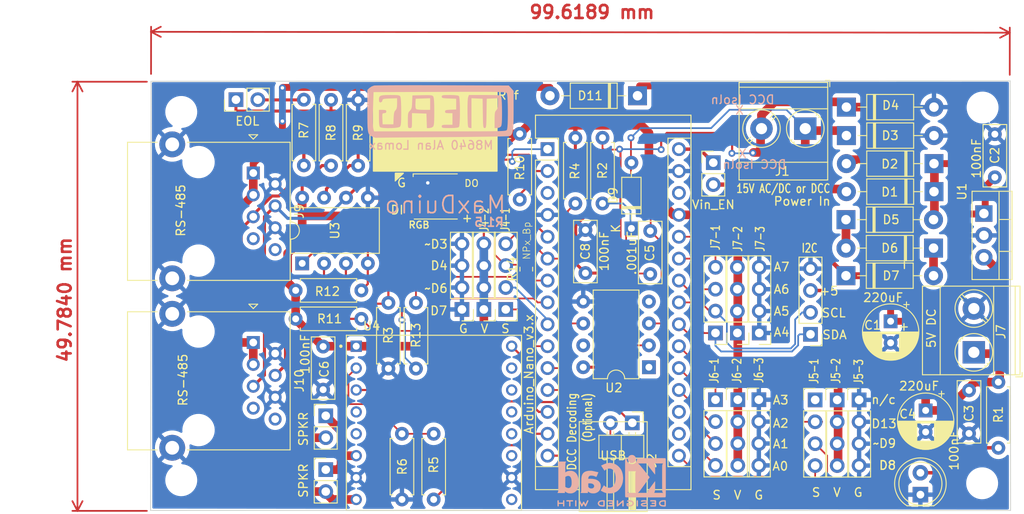
<source format=kicad_pcb>
(kicad_pcb (version 20221018) (generator pcbnew)
  (title_block (title "MaxDuino") (date "2023-11-05") (rev "1.5") (company "Arduino NANO PCB") (comment 1 "RS485 / MP3 / LED / Sensor / I2C / DCC"))
  (layers (0 "F.Cu" signal) (31 "B.Cu" signal) (34 "B.Paste" user) (35 "F.Paste" user) (36 "B.SilkS" user "B.Silkscreen") (37 "F.SilkS" user "F.Silkscreen") (38 "B.Mask" user) (39 "F.Mask" user) (44 "Edge.Cuts" user))
  (net 0 "")
  (net 1 "GND")
  (net 2 "D2 DE")
  (net 3 "D4")
  (net 4 "D6-PWM")
  (net 5 "D7")
  (net 6 "D8")
  (net 7 "D9-PWM")
  (net 8 "D10")
  (net 9 "D12")
  (net 10 "D13")
  (net 11 "A0")
  (net 12 "A1")
  (net 13 "A2")
  (net 14 "A3")
  (net 15 "A4 {slash} I2C SDA")
  (net 16 "A5 {slash} I2C SCL")
  (net 17 "A6")
  (net 18 "A7")
  (net 19 "+5V")
  (net 20 "Vin")
  (net 21 "D4-Hdr")
  (net 22 "D1{slash}Tx")
  (net 23 "D0{slash}Rx")
  (net 25 "DCC_Sig")
  (net 26 "D11")
  (net 30 "DCC_in1")
  (net 31 "DCC_in2")
  (net 32 "Net-(D9-K)")
  (net 33 "Net-(D1-K)")
  (net 34 "Net-(D5-K)")
  (net 35 "VIN2")
  (net 36 "Net-(D6-K)")
  (net 37 "Net-(D8-A)")
  (net 38 "Net-(D10-DIN)")
  (net 39 "D5 RE")
  (net 40 "Net-(J4-Pin_1)")
  (net 41 "Net-(J4-Pin_2)")
  (net 43 "Vext")
  (net 44 "RS485-A")
  (net 45 "RS485-B")
  (net 50 "Net-(JR1-Pin_2)")
  (net 51 "Net-(U4-RX)")
  (footprint "Resistor_THT:R_Axial_DIN0207_L6.3mm_D2.5mm_P7.62mm_Horizontal" (layer "F.Cu") (at 135.8392 107.4928 90)
    (fp_text reference "R3")
    (fp_text value "10K" hide)
  )
  (footprint "Capacitor_THT:C_Disc_D7.0mm_W2.5mm_P5.00mm" (layer "F.Cu") (at 206.1972 85.304 90)
    (fp_text reference "C2")
    (fp_text value "100nF")
  )
  (footprint "MountingHole:MountingHole_3.2mm_M3" (layer "F.Cu") (at 204.724 120.8024)
    (fp_text reference "M3.2" hide)
    (fp_text value "M3" hide)
  )
  (footprint "Resistor_THT:R_Axial_DIN0207_L6.3mm_D2.5mm_P7.62mm_Horizontal" (layer "F.Cu") (at 137.414 115.062 -90)
    (fp_text reference "R6")
    (fp_text value "1K" hide)
  )
  (footprint "Capacitor_THT:C_Disc_D7.0mm_W2.5mm_P5.00mm" (layer "F.Cu") (at 158.6992 96.4184 90)
    (fp_text reference "C8")
    (fp_text value "100nF")
  )
  (footprint "Resistor_THT:R_Axial_DIN0207_L6.3mm_D2.5mm_P7.62mm_Horizontal" (layer "F.Cu") (at 160.6804 80.7212 -90)
    (fp_text reference "R2")
    (fp_text value "2K2" hide)
  )
  (footprint "Diode_THT:D_DO-41_SOD81_P10.16mm_Horizontal" (layer "F.Cu") (at 188.976 80.4672)
    (fp_text reference "D3")
    (fp_text value "1N4001" hide)
  )
  (footprint "Resistor_THT:R_Axial_DIN0207_L6.3mm_D2.5mm_P7.62mm_Horizontal" (layer "F.Cu") (at 132.705 98.425 180)
    (fp_text reference "R12")
    (fp_text value "10K" hide)
  )
  (footprint "Diode_THT:D_DO-41_SOD81_P10.16mm_Horizontal" (layer "F.Cu") (at 199.136 86.9696 180)
    (fp_text reference "D1")
    (fp_text value "1N4001" hide)
  )
  (footprint "Diode_THT:D_DO-41_SOD81_P10.16mm_Horizontal" (layer "F.Cu") (at 199.136 83.7184 180)
    (fp_text reference "D2")
    (fp_text value "1N4001" hide)
  )
  (footprint "Capacitor_THT:C_Disc_D7.0mm_W2.5mm_P5.00mm" (layer "F.Cu") (at 203.2 110.022 -90)
    (fp_text reference "C3")
    (fp_text value "100nF")
  )
  (footprint "Resistor_THT:R_Axial_DIN0207_L6.3mm_D2.5mm_P7.62mm_Horizontal" (layer "F.Cu") (at 132.705 101.727 180)
    (fp_text reference "R11")
    (fp_text value "10K" hide)
  )
  (footprint "Package_DIP:DIP-8_W7.62mm" (layer "F.Cu") (at 166.0652 107.3404 180)
    (fp_text reference "U2")
    (fp_text value "6N137" hide)
  )
  (footprint "Connector_PinHeader_2.54mm:PinHeader_1x04_P2.54mm_Vertical" (layer "F.Cu") (at 176.378 111.1096)
    (fp_text reference "J6-2")
    (fp_text value "+5" hide)
  )
  (footprint "MountingHole:MountingHole_3.2mm_M3" (layer "F.Cu") (at 111.8108 120.4468)
    (fp_text reference "M3.3" hide)
    (fp_text value "M3" hide)
  )
  (footprint "TerminalBlock_Phoenix:TerminalBlock_Phoenix_MKDS-3-2-5.08_1x02_P5.08mm_Horizontal" (layer "F.Cu") (at 184.2058 79.6592 180)
    (fp_text reference "J1")
    (fp_text value "15V AC/DC or DCC")
  )
  (footprint "LED_SMD:LED_Inolux_IN-PI554FCH_PLCC4_5.0x5.0mm_P3.2mm" (layer "F.Cu") (at 141.3372 87.5284)
    (fp_text reference "D10")
    (fp_text value "Inolux_IN-PI554FCH")
  )
  (footprint "MountingHole:MountingHole_3.2mm_M3" (layer "F.Cu") (at 111.8108 77.724)
    (fp_text reference "M3.4" hide)
    (fp_text value "M3" hide)
  )
  (footprint "Connector_PinHeader_2.54mm:PinHeader_1x02_P2.54mm_Vertical" (layer "F.Cu") (at 173.5328 83.6118)
    (fp_text reference "J3" hide)
    (fp_text value "Vin_EN")
  )
  (footprint "Capacitor_THT:C_Disc_D7.0mm_W2.5mm_P5.00mm" (layer "F.Cu") (at 128.27 104.942 -90)
    (fp_text reference "C6")
    (fp_text value "100nF")
  )
  (footprint "Connector_PinHeader_2.54mm:PinHeader_1x04_P2.54mm_Vertical" (layer "F.Cu") (at 173.7868 111.1096)
    (fp_text reference "J6-1")
    (fp_text value "I/O" hide)
  )
  (footprint "MountingHole:MountingHole_3.2mm_M3" (layer "F.Cu") (at 204.7748 77.216)
    (fp_text reference "M3.1" hide)
    (fp_text value "M3" hide)
  )
  (footprint "Connector_PinHeader_2.54mm:PinHeader_1x04_P2.54mm_Vertical" (layer "F.Cu") (at 187.9092 111.1296)
    (fp_text reference "J5-2")
    (fp_text value "+5" hide)
  )
  (footprint "Connector_PinHeader_2.54mm:PinHeader_1x02_P2.54mm_Vertical" (layer "F.Cu") (at 118.1558 76.3016 90)
    (fp_text reference "JR1" hide)
    (fp_text value "EOL")
  )
  (footprint "Capacitor_THT:CP_Radial_D6.3mm_P2.50mm" (layer "F.Cu") (at 198.1708 112.354947 -90)
    (fp_text reference "C4")
    (fp_text value "220uF")
  )
  (footprint "TerminalBlock_Phoenix:TerminalBlock_Phoenix_MKDS-3-2-5.08_1x02_P5.08mm_Horizontal" (layer "F.Cu") (at 203.7588 105.6132 90)
    (fp_text reference "J7")
    (fp_text value "5V DC")
  )
  (footprint "Connector_PinHeader_2.54mm:PinHeader_1x02_P2.54mm_Vertical" (layer "F.Cu") (at 128.5748 112.9742)
    (fp_text reference "J5" hide)
    (fp_text value "SPKR")
  )
  (footprint "Diode_THT:D_DO-35_SOD27_P7.62mm_Horizontal" (layer "F.Cu") (at 164.0332 91.2368 90)
    (fp_text reference "D9")
    (fp_text value "1N914")
  )
  (footprint "Capacitor_THT:CP_Radial_D6.3mm_P2.50mm" (layer "F.Cu") (at 194.1068 102.008568 -90)
    (fp_text reference "C1")
    (fp_text value "220uF")
  )
  (footprint "Package_TO_SOT_THT:TO-220-3_Vertical" (layer "F.Cu") (at 204.9272 89.5096 -90)
    (fp_text reference "U1")
    (fp_text value "L7805")
  )
  (footprint "Package_DIP:DIP-8_W7.62mm" (layer "F.Cu") (at 125.8416 95.2908 90)
    (fp_text reference "U3")
    (fp_text value "MAX485E")
  )
  (footprint "Connector_PinHeader_2.54mm:PinHeader_1x04_P2.54mm_Vertical" (layer "F.Cu") (at 149.4552 100.6348 180)
    (fp_text reference "J4-1")
    (fp_text value "I/O" hide)
  )
  (footprint "Connector_PinHeader_2.54mm:PinHeader_1x04_P2.54mm_Vertical" (layer "F.Cu") (at 173.7868 103.368 180)
    (fp_text reference "J7-1")
    (fp_text value "I/O" hide)
  )
  (footprint "Connector_PinHeader_2.54mm:PinHeader_1x02_P2.54mm_Horizontal" (layer "F.Cu") (at 164.1348 113.792 -90)
    (fp_text reference "J2")
    (fp_text value "DCC Signal")
  )
  (footprint "Connector_PinHeader_2.54mm:PinHeader_1x04_P2.54mm_Vertical" (layer "F.Cu") (at 178.8668 103.368 180)
    (fp_text reference "J7-3")
    (fp_text value "GND" hide)
  )
  (footprint "Diode_THT:D_DO-41_SOD81_P10.16mm_Horizontal" (layer "F.Cu") (at 188.976 77.1652)
    (fp_text reference "D4")
    (fp_text value "1N4001" hide)
  )
  (footprint "Module:Arduino_Nano" (layer "F.Cu") (at 154.305 82.042)
    (fp_text reference "A1" hide)
    (fp_text value "Arduino_Nano_v3.x")
  )
  (footprint "Connector_PinHeader_2.54mm:PinHeader_1x02_P2.54mm_Vertical" (layer "F.Cu") (at 128.5748 119.2226)
    (fp_text reference "J4" hide)
    (fp_text value "SPKR")
  )
  (footprint "LED_THT:LED_D5.0mm" (layer "F.Cu") (at 197.5612 122.1232 90)
    (fp_text reference "D8")
    (fp_text value "PWR")
  )
  (footprint "Connector_PinHeader_2.54mm:PinHeader_1x04_P2.54mm_Vertical" (layer "F.Cu") (at 176.3276 103.368 180)
    (fp_text reference "J7-2")
    (fp_text value "+5" hide)
  )
  (footprint "Resistor_THT:R_Axial_DIN0207_L6.3mm_D2.5mm_P7.62mm_Horizontal" (layer "F.Cu") (at 126.0348 76.3016 -90)
    (fp_text reference "R7")
    (fp_text value "120R" hide)
  )
  (footprint "Diode_THT:D_DO-41_SOD81_P10.16mm_Horizontal" (layer "F.Cu") (at 188.9252 90.2208)
    (fp_text reference "D5")
    (fp_text value "1N4001" hide)
  )
  (footprint "Resistor_THT:R_Axial_DIN0207_L6.3mm_D2.5mm_P7.62mm_Horizontal" (layer "F.Cu") (at 129.1844 83.947 90)
    (fp_text reference "R8")
    (fp_text value "20K" hide)
  )
  (footprint "Resistor_THT:R_Axial_DIN0207_L6.3mm_D2.5mm_P7.62mm_Horizontal" (layer "F.Cu") (at 139.0396 99.8728 -90)
    (fp_text reference "R13")
    (fp_text value "330R" hide)
  )
  (footprint "Connector_PinHeader_2.54mm:PinHeader_1x04_P2.54mm_Vertical" (layer "F.Cu") (at 178.818 111.1096)
    (fp_text reference "J6-3")
    (fp_text value "GND" hide)
  )
  (footprint "Connector_PinHeader_2.54mm:PinHeader_1x04_P2.54mm_Vertical" (layer "F.Cu") (at 190.45 111.1296)
    (fp_text reference "J5-3")
    (fp_text value "GND" hide)
  )
  (footprint "Module_DFR0299.Library:MODULE_DFR0299" (layer "F.Cu") (at 141.1255 113.792)
    (fp_text reference locked "U4")
    (fp_text value "DFRobot MP3")
  )
  (footprint "Diode_THT:D_DO-41_SOD81_P10.16mm_Horizontal" (layer "F.Cu") (at 188.9252 96.7232)
    (fp_text reference "D7")
    (fp_text value "1N4001" hide)
  )
  (footprint "Resistor_THT:R_Axial_DIN0207_L6.3mm_D2.5mm_P7.62mm_Horizontal" (layer "F.Cu") (at 151.0792 87.884 90)
    (fp_text reference "R10")
    (fp_text value "10K" hide)
  )
  (footprint "Connector_PinHeader_2.54mm:PinHeader_1x04_P2.54mm_Vertical" (layer "F.Cu") (at 144.3736 100.6348 180)
    (fp_text reference "J4-3" hide)
    (fp_text value "GND" hide)
  )
  (footprint "Resistor_THT:R_Axial_DIN0207_L6.3mm_D2.5mm_P7.62mm_Horizontal" (layer "F.Cu") (at 157.5308 88.3412 90)
    (fp_text reference "R4")
    (fp_text value "470R" hide)
  )
  (footprint "Resistor_THT:R_Axial_DIN0207_L6.3mm_D2.5mm_P7.62mm_Horizontal" (layer "F.Cu") (at 132.334 83.947 90)
    (fp_text reference "R9")
    (fp_text value "20K" hide)
  )
  (footprint "Resistor_THT:R_Axial_DIN0207_L6.3mm_D2.5mm_P7.62mm_Horizontal" (layer "F.Cu") (at 141.097 122.682 90)
    (fp_text reference "R5")
    (fp_text value "680R" hide)
  )
  (footprint "Connector_PinHeader_2.54mm:PinHeader_1x04_P2.54mm_Vertical" (layer "F.Cu") (at 146.9144 100.6348 180)
    (fp_text reference "J4-2")
    (fp_text value "+5" hide)
  )
  (footprint "Resistor_THT:R_Axial_DIN0207_L6.3mm_D2.5mm_P7.62mm_Horizontal" (layer "F.Cu") (at 206.6036 109.0676 -90)
    (fp_text reference "R1")
    (fp_text value "6.8K" hide)
  )
  (footprint "Diode_THT:D_DO-41_SOD81_P10.16mm_Horizontal" (layer "F.Cu") (at 164.7444 75.8444 180)
    (fp_text reference "D11")
    (fp_text value "1N4001" hide)
  )
  (footprint "Diode_THT:D_DO-41_SOD81_P10.16mm_Horizontal" (layer "F.Cu") (at 199.0852 93.5228 180)
    (fp_text reference "D6")
    (fp_text value "1N4001" hide)
  )
  (footprint "Resistor_SMD:R_0805_2012Metric" (layer "F.Cu") (at 151.8412 95.9612 90)
    (fp_text reference "R14")
    (fp_text value "0R")
  )
  (footprint "Connector_RJ:RJ45_Ninigi_GE" (layer "F.Cu") (at 120.1662 104.4702 -90)
    (fp_text reference "J10")
    (fp_text value "RS-485")
  )
  (footprint "Connector_RJ:RJ45_Ninigi_GE" (layer "F.Cu") (at 120.1662 84.8106 -90)
    (fp_text reference "J9")
    (fp_text value "RS-485")
  )
  (footprint "Connector_PinHeader_2.54mm:PinHeader_1x04_P2.54mm_Vertical" (layer "F.Cu") (at 185.3528 111.1296)
    (fp_text reference "J5-1")
    (fp_text value "I/O" hide)
  )
  (footprint "Connector_PinHeader_2.54mm:PinHeader_1x04_P2.54mm_Vertical" (layer "F.Cu") (at 184.8104 103.5204 180)
    (fp_text reference "J8" hide)
    (fp_text value "I2C")
  )
  (footprint "Capacitor_THT:C_Disc_D7.0mm_W2.5mm_P5.00mm" (layer "F.Cu") (at 166.2176 96.5308 90)
    (fp_text reference "C5")
    (fp_text value ".001uF")
  )
  (footprint "MERG_LOGO:MERG_LOGO" (layer "B.Cu") (at 141.836476 77.581115 180)
    (fp_text reference "MERG" hide)
    (fp_text value "LOGO" hide)
  )
  (footprint "Symbol:KiCad-Logo2_5mm_SilkScreen" (layer "B.Cu") (at 161.7472 120.4976 180)
    (fp_text reference "REF**" hide)
    (fp_text value "KiCad-Logo2_5mm_SilkScreen" hide)
  )
  (gr_poly (pts (xy 136.652 85.6996) (xy 136.652 84.836) (xy 137.5664 84.836)) (stroke (width 0.15)) (fill solid) (layer "F.SilkS"))
  (gr_rect (start 134.112 75.0824) (end 148.4376 84.582) (stroke (width 0.15)) (fill solid) (layer "F.SilkS"))
  (gr_line (start 208.026 123.952) (end 207.9752 74.1172) (stroke (width 0.1)) (layer "Edge.Cuts"))
  (gr_line (start 108.2548 123.952) (end 108.3056 74.168) (stroke (width 0.1)) (layer "Edge.Cuts"))
  (gr_line (start 108.2548 123.952) (end 208.026 123.952) (stroke (width 0.1)) (layer "Edge.Cuts"))
  (gr_line (start 108.3056 74.168) (end 207.9752 74.1172) (stroke (width 0.1)) (layer "Edge.Cuts"))
  (gr_text "M8640 Alan Lomax " (at 140.4112 81.5848) (layer "B.SilkS") (effects (font (size 1 1)) (justify mirror)))
  (gr_text "DCC Isoln" (at 178.308 83.82) (layer "B.SilkS") (effects (font (size 1 1)) (justify mirror)))
  (gr_text "X" (at 176.911 82.5754) (layer "B.SilkS") (effects (font (size 1 1)) (justify mirror)))
  (gr_text "MaxDuino" (at 142.4432 88.4936) (layer "B.SilkS") (effects (font (size 2 2) (thickness 0.2)) (justify mirror)))
  (gr_text "R1.5" (at 147.5232 90.5256) (layer "B.SilkS") (effects (font (size 1 1) (thickness 0.2)) (justify mirror)))
  (gr_text "X" (at 176.5808 77.5208) (layer "B.SilkS") (effects (font (size 1 1)) (justify mirror)))
  (gr_text "DCC Isoln" (at 176.9364 76.3016) (layer "B.SilkS") (effects (font (size 1 1)) (justify mirror)))
  (gr_text "S  V  G" (at 176.3776 122.174) (layer "F.SilkS") (effects (font (size 1 1))))
  (gr_text "A5" (at 181.4576 100.838) (layer "F.SilkS") (effects (font (size 1 1))))
  (gr_text "A0" (at 181.3052 118.8212) (layer "F.SilkS") (effects (font (size 1 1))))
  (gr_text "n/c" (at 193.294 111.0996) (layer "F.SilkS") (effects (font (size 1 1))))
  (gr_text "G" (at 137.3632 85.9536) (layer "F.SilkS") (effects (font (size 1 1))))
  (gr_text "DI" (at 136.8552 89.1032) (layer "F.SilkS") (effects (font (size 1 1))))
  (gr_text "DO" (at 145.4912 86.0044) (layer "F.SilkS") (effects (font (size 0.8 0.8) (thickness 0.125))))
  (gr_text "~D3" (at 141.3764 93.0656) (layer "F.SilkS") (effects (font (size 1 1))))
  (gr_text "DCC Decoding" (at 157.1244 114.808 90) (layer "F.SilkS") (effects (font (size 1 0.85))))
  (gr_text "RGB" (at 139.3952 90.8304) (layer "F.SilkS") (effects (font (size 0.8 0.8))))
  (gr_text "Ref" (at 149.7584 75.7936) (layer "F.SilkS") (effects (font (size 1 1))))
  (gr_text "A4" (at 181.4576 103.2764) (layer "F.SilkS") (effects (font (size 1 1))))
  (gr_text "G  V  S" (at 146.9644 102.87) (layer "F.SilkS") (effects (font (size 1 1))))
  (gr_text "A7" (at 181.4576 95.7072) (layer "F.SilkS") (effects (font (size 1 1))))
  (gr_text "~D9" (at 193.3956 116.1796) (layer "F.SilkS") (effects (font (size 1 1))))
  (gr_text "NPx_Bp" (at 151.892 92.6592 90) (layer "F.SilkS") (effects (font (size 0.8 0.8) (thickness 0.08) bold)))
  (gr_text "A6" (at 181.4576 98.298) (layer "F.SilkS") (effects (font (size 1 1))))
  (gr_text "(Optional)" (at 158.9532 113.1824 90) (layer "F.SilkS") (effects (font (size 1 0.75))))
  (gr_text "+" (at 144.9832 90.0176) (layer "F.SilkS") (effects (font (size 1 1))))
  (gr_text "D7" (at 141.6812 100.7872) (layer "F.SilkS") (effects (font (size 1 1))))
  (gr_text "A2" (at 181.356 113.8428) (layer "F.SilkS") (effects (font (size 1 1))))
  (gr_text "+5" (at 186.944 98.5012) (layer "F.SilkS") (effects (font (size 1 1))))
  (gr_text "-" (at 195.6308 95.504 90) (layer "F.SilkS") (effects (font (size 1 1))))
  (gr_text "SCL" (at 187.5028 101.0412) (layer "F.SilkS") (effects (font (size 1 1))))
  (gr_text "D13" (at 193.3448 113.8936) (layer "F.SilkS") (effects (font (size 1 1))))
  (gr_text "SDA" (at 187.6044 103.5812) (layer "F.SilkS") (effects (font (size 1 1))))
  (gr_text "A3" (at 181.356 111.1504) (layer "F.SilkS") (effects (font (size 1 1))))
  (gr_text "S  V  G" (at 187.9092 121.8692) (layer "F.SilkS") (effects (font (size 1 1))))
  (gr_text "+" (at 195.58 102.6668 90) (layer "F.SilkS") (effects (font (size 1 1))))
  (gr_text "D4" (at 141.732 95.5548) (layer "F.SilkS") (effects (font (size 1 1))))
  (gr_text "A1" (at 181.356 116.2304) (layer "F.SilkS") (effects (font (size 1 1))))
  (gr_text "D8" (at 193.7512 118.7196) (layer "F.SilkS") (effects (font (size 1 1))))
  (gr_text "Power In" (at 183.8452 88.0872) (layer "F.SilkS") (effects (font (size 1 1))))
  (gr_text "~D6" (at 141.3764 98.1964) (layer "F.SilkS") (effects (font (size 1 1))))
  (dimension (type aligned) (layer "F.Cu") (pts (xy 108.321519 74.2188) (xy 108.321519 124.0028)) (height 8.550319) (gr_text "49.7840 mm" (at 98.298 99.5172 90) (layer "F.Cu") (effects (font (size 1.5 1.5) (thickness 0.3)))) (format (prefix "") (suffix "") (units 3) (units_format 1) (precision 4)) (style (thickness 0.2) (arrow_length 1.27) (text_position_mode 2) (extension_height 0.58642) (extension_offset 0.5) keep_text_aligned))
  (dimension (type aligned) (layer "F.Cu") (pts (xy 108.3056 73.8124) (xy 207.9244 73.914)) (height -5.384898) (gr_text "99.6189 mm" (at 159.4612 66.1416 359.9415648) (layer "F.Cu") (effects (font (size 1.5 1.5) (thickness 0.3)))) (format (prefix "") (suffix "") (units 3) (units_format 1) (precision 4)) (style (thickness 0.2) (arrow_length 1.27) (text_position_mode 2) (extension_height 0.58642) (extension_offset 0.5) keep_text_aligned))
  (segment (start 140.4112 85.9536) (end 140.386 85.9284) (width 0.5) (layer "F.Cu") (net 1))
  (segment (start 140.386 85.9284) (end 138.8872 85.9284) (width 0.5) (layer "F.Cu") (net 1))
  (via (at 140.4112 85.9536) (size 0.8) (drill 0.4) (layers "F.Cu" "B.Cu") (net 1))
  (segment (start 131.5212 99.9744) (end 135.7376 99.9744) (width 0.25) (layer "F.Cu") (net 2))
  (segment (start 130.9116 99.3648) (end 131.5212 99.9744) (width 0.25) (layer "F.Cu") (net 2))
  (segment (start 148.4884 84.5312) (end 148.4884 87.9856) (width 0.25) (layer "F.Cu") (net 2))
  (segment (start 136.7536 91.4908) (end 136.7536 84.743984) (width 0.25) (layer "F.Cu") (net 2))
  (segment (start 137.575984 83.9216) (end 147.8788 83.9216) (width 0.25) (layer "F.Cu") (net 2))
  (segment (start 150.7744 90.2716) (end 152.3746 90.2716) (width 0.25) (layer "F.Cu") (net 2))
  (segment (start 147.8788 83.9216) (end 148.4884 84.5312) (width 0.25) (layer "F.Cu") (net 2))
  (segment (start 152.3746 90.2716) (end 154.305 92.202) (width 0.25) (layer "F.Cu") (net 2))
  (segment (start 135.8392 92.4052) (end 136.7536 91.4908) (width 0.25) (layer "F.Cu") (net 2))
  (segment (start 148.4884 87.9856) (end 150.7744 90.2716) (width 0.25) (layer "F.Cu") (net 2))
  (segment (start 136.7536 84.743984) (end 137.575984 83.9216) (width 0.25) (layer "F.Cu") (net 2))
  (segment (start 135.8392 99.8728) (end 135.8392 92.4052) (width 0.25) (layer "F.Cu") (net 2))
  (segment (start 130.9116 95.8596) (end 130.9116 99.3648) (width 0.25) (layer "F.Cu") (net 2))
  (segment (start 139.0396 98.3996) (end 139.0396 99.9236) (width 0.2) (layer "F.Cu") (net 3))
  (segment (start 152.2495 97.282) (end 154.305 97.282) (width 0.2) (layer "F.Cu") (net 3))
  (segment (start 152.073021 96.853421) (end 140.585779 96.853421) (width 0.2) (layer "F.Cu") (net 3))
  (segment (start 140.585779 96.853421) (end 139.0396 98.3996) (width 0.2) (layer "F.Cu") (net 3))
  (segment (start 150.5712 98.0948) (end 154.305 101.8286) (width 0.2) (layer "B.Cu") (net 4))
  (segment (start 149.4552 98.0948) (end 150.5712 98.0948) (width 0.2) (layer "B.Cu") (net 4))
  (segment (start 150.0378 100.6348) (end 150.9268 100.6348) (width 0.2) (layer "F.Cu") (net 5))
  (segment (start 152.2476 104.1908) (end 152.9588 104.902) (width 0.2) (layer "F.Cu") (net 5))
  (segment (start 150.9268 100.6348) (end 152.2476 101.9556) (width 0.2) (layer "F.Cu") (net 5))
  (segment (start 152.9588 104.902) (end 154.305 104.902) (width 0.2) (layer "F.Cu") (net 5))
  (segment (start 152.2476 101.9556) (end 152.2476 104.1908) (width 0.2) (layer "F.Cu") (net 5))
  (segment (start 154.305 107.442) (end 156.972 107.442) (width 0.2) (layer "F.Cu") (net 6))
  (segment (start 156.972 120.4976) (end 185.0136 120.4976) (width 0.2) (layer "F.Cu") (net 6))
  (segment (start 156.972 107.442) (end 156.972 120.4976) (width 0.2) (layer "F.Cu") (net 6))
  (segment (start 185.3528 120.1584) (end 185.3528 118.7496) (width 0.2) (layer "F.Cu") (net 6))
  (segment (start 185.0136 120.4976) (end 185.3528 120.1584) (width 0.2) (layer "F.Cu") (net 6))
  (segment (start 156.5148 120.8532) (end 156.5148 110.5408) (width 0.2) (layer "F.Cu") (net 7))
  (segment (start 155.956 109.982) (end 154.305 109.982) (width 0.2) (layer "F.Cu") (net 7))
  (segment (start 185.3528 116.2096) (end 186.7408 117.5976) (width 0.2) (layer "F.Cu") (net 7))
  (segment (start 186.7408 117.5976) (end 186.7408 120.8532) (width 0.2) (layer "F.Cu") (net 7))
  (segment (start 156.5148 110.5408) (end 155.956 109.982) (width 0.2) (layer "F.Cu") (net 7))
  (segment (start 186.7408 120.8532) (end 156.5148 120.8532) (width 0.2) (layer "F.Cu") (net 7))
  (segment (start 153.289 112.522) (end 154.305 112.522) (width 0.25) (layer "F.Cu") (net 8))
  (segment (start 152.0698 111.3028) (end 153.289 112.522) (width 0.25) (layer "F.Cu") (net 8))
  (segment (start 139.407489 109.982) (end 140.728289 111.3028) (width 0.25) (layer "F.Cu") (net 8))
  (segment (start 140.728289 111.3028) (end 152.0698 111.3028) (width 0.25) (layer "F.Cu") (net 8))
  (segment (start 132.1085 109.982) (end 139.407489 109.982) (width 0.25) (layer "F.Cu") (net 8))
  (segment (start 155.575 111.379) (end 155.956 111.76) (width 0.25) (layer "F.Cu") (net 9))
  (segment (start 152.4 107.1595) (end 152.4 110.363) (width 0.25) (layer "F.Cu") (net 9))
  (segment (start 153.289 111.379) (end 155.575 111.379) (width 0.25) (layer "F.Cu") (net 9))
  (segment (start 155.575 117.602) (end 154.305 117.602) (width 0.25) (layer "F.Cu") (net 9))
  (segment (start 152.4 110.49) (end 153.289 111.379) (width 0.25) (layer "F.Cu") (net 9))
  (segment (start 150.1425 104.902) (end 152.4 107.1595) (width 0.25) (layer "F.Cu") (net 9))
  (segment (start 155.956 111.76) (end 155.956 117.221) (width 0.25) (layer "F.Cu") (net 9))
  (segment (start 155.956 117.221) (end 155.575 117.602) (width 0.25) (layer "F.Cu") (net 9))
  (segment (start 183.7944 113.6696) (end 186.1656 113.6696) (width 0.2) (layer "F.Cu") (net 10))
  (segment (start 171.9834 120.0404) (end 183.5404 120.0404) (width 0.2) (layer "F.Cu") (net 10))
  (segment (start 169.545 117.602) (end 171.9834 120.0404) (width 0.2) (layer "F.Cu") (net 10))
  (segment (start 183.7944 119.7864) (end 183.7944 113.6696) (width 0.2) (layer "F.Cu") (net 10))
  (segment (start 183.5404 120.0404) (end 183.7944 119.7864) (width 0.2) (layer "F.Cu") (net 10))
  (segment (start 169.545 109.982) (end 171.3992 111.8362) (width 0.2) (layer "F.Cu") (net 11))
  (segment (start 171.3992 116.342) (end 173.7868 118.7296) (width 0.2) (layer "F.Cu") (net 11))
  (segment (start 171.3992 111.8362) (end 171.3992 116.342) (width 0.2) (layer "F.Cu") (net 11))
  (segment (start 169.545 107.442) (end 171.96508 109.86208) (width 0.2) (layer "F.Cu") (net 12))
  (segment (start 171.96508 109.86208) (end 171.96508 114.36788) (width 0.2) (layer "F.Cu") (net 12))
  (segment (start 171.96508 114.36788) (end 173.7868 116.1896) (width 0.2) (layer "F.Cu") (net 12))
  (segment (start 172.3136 107.6706) (end 172.3136 112.776) (width 0.2) (layer "F.Cu") (net 13))
  (segment (start 169.545 104.902) (end 172.3136 107.6706) (width 0.2) (layer "F.Cu") (net 13))
  (segment (start 172.3136 112.776) (end 173.1872 113.6496) (width 0.2) (layer "F.Cu") (net 13))
  (segment (start 169.545 102.362) (end 173.7868 106.6038) (width 0.2) (layer "F.Cu") (net 14))
  (segment (start 173.7868 106.6038) (end 173.7868 111.1096) (width 0.2) (layer "F.Cu") (net 14))
  (segment (start 170.8912 99.822) (end 172.0088 100.9396) (width 0.2) (layer "F.Cu") (net 15))
  (segment (start 172.466 103.378) (end 173.7868 103.378) (width 0.2) (layer "F.Cu") (net 15))
  (segment (start 172.0088 102.9208) (end 172.466 103.378) (width 0.2) (layer "F.Cu") (net 15))
  (segment (start 172.0088 100.9396) (end 172.0088 102.9208) (width 0.2) (layer "F.Cu") (net 15))
  (segment (start 169.545 99.822) (end 170.8912 99.822) (width 0.2) (layer "F.Cu") (net 15))
  (segment (start 183.3814 104.79256) (end 183.3814 103.6894) (width 0.2) (layer "B.Cu") (net 15))
  (segment (start 182.66236 105.5116) (end 183.3814 104.79256) (width 0.2) (layer "B.Cu") (net 15))
  (segment (start 183.5504 103.5204) (end 185.3184 103.5204) (width 0.2) (layer "B.Cu") (net 15))
  (segment (start 183.3814 103.6894) (end 183.5504 103.5204) (width 0.2) (layer "B.Cu") (net 15))
  (segment (start 174.4472 105.5116) (end 182.66236 105.5116) (width 0.2) (layer "B.Cu") (net 15))
  (segment (start 173.7868 104.8512) (end 174.4472 105.5116) (width 0.2) (layer "B.Cu") (net 15))
  (segment (start 173.7868 103.378) (end 173.7868 104.8512) (width 0.2) (layer "B.Cu") (net 15))
  (segment (start 169.545 97.282) (end 173.101 100.838) (width 0.2) (layer "F.Cu") (net 16))
  (segment (start 183.0324 101.8032) (end 183.0324 104.648) (width 0.2) (layer "B.Cu") (net 16))
  (segment (start 175.1076 102.1588) (end 173.7868 100.838) (width 0.2) (layer "B.Cu") (net 16))
  (segment (start 185.3184 100.9804) (end 183.8552 100.9804) (width 0.2) (layer "B.Cu") (net 16))
  (segment (start 183.0324 104.648) (end 182.51732 105.16308) (width 0.2) (layer "B.Cu") (net 16))
  (segment (start 175.77508 105.16308) (end 175.1076 104.4956) (width 0.2) (layer "B.Cu") (net 16))
  (segment (start 182.51732 105.16308) (end 175.77508 105.16308) (width 0.2) (layer "B.Cu") (net 16))
  (segment (start 183.8552 100.9804) (end 183.0324 101.8032) (width 0.2) (layer "B.Cu") (net 16))
  (segment (start 175.1076 104.4956) (end 175.1076 102.1588) (width 0.2) (layer "B.Cu") (net 16))
  (segment (start 170.942 94.742) (end 171.5008 95.3008) (width 0.2) (layer "F.Cu") (net 17))
  (segment (start 171.5008 95.3008) (end 171.5008 97.282) (width 0.2) (layer "F.Cu") (net 17))
  (segment (start 169.545 94.742) (end 170.942 94.742) (width 0.2) (layer "F.Cu") (net 17))
  (segment (start 171.5008 97.282) (end 172.5168 98.298) (width 0.2) (layer "F.Cu") (net 17))
  (segment (start 172.5168 98.298) (end 173.7868 98.298) (width 0.2) (layer "F.Cu") (net 17))
  (segment (start 173.7868 95.758) (end 173.7868 93.7768) (width 0.2) (layer "F.Cu") (net 18))
  (segment (start 173.7868 93.7768) (end 172.212 92.202) (width 0.2) (layer "F.Cu") (net 18))
  (segment (start 172.212 92.202) (end 169.545 92.202) (width 0.2) (layer "F.Cu") (net 18))
  (segment (start 124.1552 97.4952) (end 124.1552 94.1324) (width 1) (layer "F.Cu") (net 19))
  (segment (start 169.545 89.662) (end 173.5328 89.662) (width 1) (layer "F.Cu") (net 19))
  (segment (start 176.3776 92.5068) (end 176.3776 118.5672) (width 1) (layer "F.Cu") (net 19))
  (segment (start 173.5328 89.662) (end 176.3776 92.5068) (width 1) (layer "F.Cu") (net 19))
  (segment (start 124.1552 94.1324) (end 125.8416 92.446) (width 1) (layer "F.Cu") (net 19))
  (segment (start 161.2392 105.918) (end 159.8168 107.3404) (width 0.35) (layer "F.Cu") (net 19))
  (segment (start 146.5324 89.1284) (end 143.7872 89.1284) (width 0.25) (layer "F.Cu") (net 19))
  (segment (start 145.3388 104.902) (end 146.9144 103.3264) (width 1) (layer "F.Cu") (net 19))
  (segment (start 137.16 81.8388) (end 148.9202 81.8388) (width 1) (layer "F.Cu") (net 19))
  (segment (start 125.085 101.727) (end 125.085 98.425) (width 1) (layer "F.Cu") (net 19))
  (segment (start 129.159 83.947) (end 128.143 83.947) (width 0.35) (layer "F.Cu") (net 19))
  (segment (start 206.756 108.9152) (end 206.756 96.31769) (width 1) (layer "F.Cu") (net 19))
  (segment (start 158.6992 96.4184) (end 157.575689 95.294889) (width 0.35) (layer "F.Cu") (net 19))
  (segment (start 169.3672 89.662) (end 168.91 89.662) (width 1) (layer "F.Cu") (net 19))
  (segment (start 146.9144 93.0148) (end 146.9144 89.5104) (width 0.25) (layer "F.Cu") (net 19))
  (segment (start 128.31 104.902) (end 132.1085 104.902) (width 1) (layer "F.Cu") (net 19))
  (segment (start 186.8324 98.4404) (end 186.8016 98.4404) (width 0.4) (layer "F.Cu") (net 19))
  (segment (start 146.9144 89.5104) (end 146.5324 89.1284) (width 0.25) (layer "F.Cu") (net 19))
  (segment (start 159.1056 84.1248) (end 158.4452 83.4644) (width 0.35) (layer "F.Cu") (net 19))
  (segment (start 203.8604 109.0676) (end 200.573053 112.354947) (width 1) (layer "F.Cu") (net 19))
  (segment (start 161.2392 96.52) (end 161.2392 105.918) (width 0.35) (layer "F.Cu") (net 19))
  (segment (start 157.5308 83.4644) (end 157.5308 80.7212) (width 0.35) (layer "F.Cu") (net 19))
  (segment (start 135.1742 89.789) (end 135.1742 83.8246) (width 1) (layer "F.Cu") (net 19))
  (segment (start 206.6036 109.0676) (end 203.8604 109.0676) (width 1) (layer "F.Cu") (net 19))
  (segment (start 150.495 80.264) (end 151.0792 80.264) (width 1) (layer "F.Cu") (net 19))
  (segment (start 197.7644 108.3564) (end 176.4284 108.3564) (width 1) (layer "F.Cu") (net 19))
  (segment (start 148.9202 81.8388) (end 150.495 80.264) (width 1) (layer "F.Cu") (net 19))
  (segment (start 187.2488 107.7468) (end 187.2488 98.8568) (width 0.4) (layer "F.Cu") (net 19))
  (segment (start 157.575689 90.887111) (end 159.1056 89.3572) (width 0.35) (layer "F.Cu") (net 19))
  (segment (start 157.5308 80.7212) (end 157.5308 79.4004) (width 0.5) (layer "F.Cu") (net 19))
  (segment (start 159.8168 107.3404) (end 158.4452 107.3404) (width 0.35) (layer "F.Cu") (net 19))
  (segment (start 200.573053 112.354947) (end 198.1708 112.354947) (width 1) (layer "F.Cu") (net 19))
  (segment (start 152.071 79.2722) (end 165.0758 79.2722) (width 1) (layer "F.Cu") (net 19))
  (segment (start 161.1376 96.4184) (end 161.2392 96.52) (width 0.35) (layer "F.Cu") (net 19))
  (segment (start 168.91 89.662) (end 166.0652 86.8172) (width 1) (layer "F.Cu") (net 19))
  (segment (start 198.1708 112.354947) (end 198.1708 108.7628) (width 1) (layer "F.Cu") (net 19))
  (segment (start 151.0792 80.264) (end 152.071 79.2722) (width 1) (layer "F.Cu") (net 19))
  (segment (start 166.0652 86.8172) (end 166.0652 80.1624) (width 1) (layer "F.Cu") (net 19))
  (segment (start 125.085 101.7678) (end 128.2592 104.942) (width 1) (layer "F.Cu") (net 19))
  (segment (start 165.0758 79.2722) (end 165.1 79.248) (width 1) (layer "F.Cu") (net 19))
  (segment (start 206.756 96.31769) (end 205.0796 94.64129) (width 1) (layer "F.Cu") (net 19))
  (segment (start 158.4452 83.4644) (end 157.5308 83.4644) (width 0.35) (layer "F.Cu") (net 19))
  (segment (start 187.2488 98.8568) (end 186.8324 98.4404) (width 0.4) (layer "F.Cu") (net 19))
  (segment (start 135.1742 83.8246) (end 137.16 81.8388) (width 1) (layer "F.Cu") (net 19))
  (segment (start 186.8016 98.4404) (end 185.3184 98.4404) (width 0.4) (layer "F.Cu") (net 19))
  (segment (start 206.6036 105.7656) (end 204.4192 105.7656) (width 1) (layer "F.Cu") (net 19))
  (segment (start 128.143 83.947) (end 125.8416 86.2484) (width 0.35) (layer "F.Cu") (net 19))
  (segment (start 125.8416 92.446) (end 125.8416 87.6708) (width 1) (layer "F.Cu") (net 19))
  (segment (start 198.1708 108.7628) (end 197.7644 108.3564) (width 1) (layer "F.Cu") (net 19))
  (segment (start 125.8416 86.2484) (end 125.8416 87.2644) (width 0.35) (layer "F.Cu") (net 19))
  (segment (start 158.6992 96.4184) (end 161.1376 96.4184) (width 0.35) (layer "F.Cu") (net 19))
  (segment (start 166.0652 80.1624) (end 165.1508 79.248) (width 1) (layer "F.Cu") (net 19))
  (segment (start 125.8316 87.6808) (end 125.8316 89.789) (width 1) (layer "F.Cu") (net 19))
  (segment (start 157.575689 95.294889) (end 157.575689 90.887111) (width 0.35) (layer "F.Cu") (net 19))
  (segment (start 188.0108 118.7296) (end 188.0108 108.4072) (width 1) (layer "F.Cu") (net 19))
  (segment (start 132.1085 104.902) (end 145.3388 104.902) (width 1) (layer "F.Cu") (net 19))
  (segment (start 146.9144 103.3264) (end 146.9144 100.6348) (width 1) (layer "F.Cu") (net 19))
  (segment (start 125.085 98.425) (end 124.1552 97.4952) (width 1) (layer "F.Cu") (net 19))
  (segment (start 125.8316 89.789) (end 135.1742 89.789) (width 1) (layer "F.Cu") (net 19))
  (segment (start 159.1056 89.3572) (end 159.1056 84.1248) (width 0.35) (layer "F.Cu") (net 19))
  (segment (start 187.4828 99.1216) (end 186.8016 98.4404) (width 0.2) (layer "F.Cu") (net 19))
  (segment (start 146.9144 93.0148) (end 146.9144 100.6348) (width 1) (layer "B.Cu") (net 19))
  (segment (start 194.1068 97.1804) (end 193.6496 96.7232) (width 0.8) (layer "F.Cu") (net 20))
  (segment (start 193.6496 96.7232) (end 188.9252 96.7232) (width 0.8) (layer "F.Cu") (net 20))
  (segment (start 203.14831 89.56129) (end 201.676 91.0336) (width 0.8) (layer "F.Cu") (net 20))
  (segment (start 197.660632 102.008568) (end 194.1068 102.008568) (width 0.8) (layer "F.Cu") (net 20))
  (segment (start 205.0796 89.56129) (end 203.14831 89.56129) (width 0.8) (layer "F.Cu") (net 20))
  (segment (start 206.1972 85.304) (end 205.0796 86.4216) (width 0.8) (layer "F.Cu") (net 20))
  (segment (start 205.0796 86.4216) (end 205.0796 89.56129) (width 0.8) (layer "F.Cu") (net 20))
  (segment (start 194.1068 97.1804) (end 194.1068 102.008568) (width 0.8) (layer "F.Cu") (net 20))
  (segment (start 184.5564 92.3544) (end 188.9252 96.7232) (width 0.5) (layer "F.Cu") (net 20))
  (segment (start 173.5328 86.1518) (end 175.1026 86.1518) (width 0.5) (layer "F.Cu") (net 20))
  (segment (start 201.676 91.0336) (end 201.676 97.9932) (width 0.8) (layer "F.Cu") (net 20))
  (segment (start 175.1026 86.1518) (end 181.3052 92.3544) (width 0.5) (layer "F.Cu") (net 20))
  (segment (start 201.676 97.9932) (end 197.660632 102.008568) (width 0.8) (layer "F.Cu") (net 20))
  (segment (start 181.3052 92.3544) (end 184.5564 92.3544) (width 0.5) (layer "F.Cu") (net 20))
  (segment (start 148.1836 94.2832) (end 149.4552 95.5548) (width 0.2) (layer "F.Cu") (net 21))
  (segment (start 148.1836 89.2556) (end 148.1836 94.2832) (width 0.2) (layer "F.Cu") (net 21))
  (segment (start 144.8564 85.9284) (end 148.1836 89.2556) (width 0.2) (layer "F.Cu") (net 21))
  (segment (start 149.5568 95.4532) (end 151.4367 95.4532) (width 0.2) (layer "F.Cu") (net 21))
  (segment (start 143.7872 85.9284) (end 144.8564 85.9284) (width 0.2) (layer "F.Cu") (net 21))
  (segment (start 132.705 98.425) (end 133.4516 97.6784) (width 0.25) (layer "F.Cu") (net 22))
  (segment (start 150.2156 83.4644) (end 150.0124 83.2612) (width 0.25) (layer "F.Cu") (net 22))
  (segment (start 133.4616 93.8684) (end 133.4616 94.6304) (width 0.25) (layer "F.Cu") (net 22))
  (segment (start 136.3472 84.586792) (end 136.3472 90.9828) (width 0.25) (layer "F.Cu") (net 22))
  (segment (start 150.0124 83.2612) (end 137.672792 83.2612) (width 0.25) (layer "F.Cu") (net 22))
  (segment (start 136.3472 90.9828) (end 133.4616 93.8684) (width 0.25) (layer "F.Cu") (net 22))
  (segment (start 137.672792 83.2612) (end 136.3472 84.586792) (width 0.25) (layer "F.Cu") (net 22))
  (segment (start 133.4516 97.6784) (end 133.4516 95.3008) (width 0.25) (layer "F.Cu") (net 22))
  (via (at 150.2156 83.4644) (size 0.8) (drill 0.4) (layers "F.Cu" "B.Cu") (net 22))
  (segment (start 150.2156 83.4644) (end 150.2156 82.296) (width 0.2) (layer "B.Cu") (net 22))
  (segment (start 150.4696 82.042) (end 154.305 82.042) (width 0.2) (layer "B.Cu") (net 22))
  (segment (start 150.2156 82.296) (end 150.4696 82.042) (width 0.2) (layer "B.Cu") (net 22))
  (segment (start 127.8128 93.3196) (end 133.2484 93.3196) (width 0.25) (layer "F.Cu") (net 23))
  (segment (start 137.668 82.7024) (end 152.146 82.7024) (width 0.25) (layer "F.Cu") (net 23))
  (segment (start 154.305 84.582) (end 152.5524 84.582) (width 0.25) (layer "F.Cu") (net 23))
  (segment (start 125.8416 95.2908) (end 127.8128 93.3196) (width 0.25) (layer "F.Cu") (net 23))
  (segment (start 152.146 82.7024) (end 152.5016 83.058) (width 0.25) (layer "F.Cu") (net 23))
  (segment (start 135.9482 90.6198) (end 135.9482 84.4222) (width 0.25) (layer "F.Cu") (net 23))
  (segment (start 133.2484 93.3196) (end 135.9482 90.6198) (width 0.25) (layer "F.Cu") (net 23))
  (segment (start 152.5016 85.8774) (end 150.495 87.884) (width 0.25) (layer "F.Cu") (net 23))
  (segment (start 135.9482 84.4222) (end 137.668 82.7024) (width 0.25) (layer "F.Cu") (net 23))
  (segment (start 152.5016 83.058) (end 152.5016 85.8774) (width 0.25) (layer "F.Cu") (net 23))
  (segment (start 156.6164 94.742) (end 156.6672 94.6912) (width 0.2) (layer "F.Cu") (net 25))
  (segment (start 153.416 93.5228) (end 153.4414 93.4974) (width 0.2) (layer "F.Cu") (net 25))
  (segment (start 156.21 99.822) (end 156.6672 99.3648) (width 0.2) (layer "F.Cu") (net 25))
  (segment (start 150.4712 91.9988) (end 151.9428 91.9988) (width 0.2) (layer "F.Cu") (net 25))
  (segment (start 154.305 94.742) (end 153.4414 93.8784) (width 0.2) (layer "F.Cu") (net 25))
  (segment (start 158.4452 102.2604) (end 156.464 102.2604) (width 0.2) (layer "F.Cu") (net 25))
  (segment (start 153.416 93.8784) (end 153.416 93.5228) (width 0.2) (layer "F.Cu") (net 25))
  (segment (start 153.4414 93.8784) (end 153.416 93.8784) (width 0.2) (layer "F.Cu") (net 25))
  (segment (start 156.464 102.2604) (end 156.21 102.0064) (width 0.2) (layer "F.Cu") (net 25))
  (segment (start 156.6672 89.2048) (end 157.5308 88.3412) (width 0.2) (layer "F.Cu") (net 25))
  (segment (start 156.21 102.0064) (end 156.21 99.822) (width 0.2) (layer "F.Cu") (net 25))
  (segment (start 156.6672 94.6912) (end 156.6672 89.2048) (width 0.2) (layer "F.Cu") (net 25))
  (segment (start 156.6672 99.3648) (end 156.6672 94.6912) (width 0.2) (layer "F.Cu") (net 25))
  (segment (start 154.305 94.742) (end 156.6164 94.742) (width 0.2) (layer "F.Cu") (net 25))
  (segment (start 149.4552 93.0148) (end 150.4712 91.9988) (width 0.2) (layer "F.Cu") (net 25))
  (segment (start 151.9428 91.9988) (end 153.4414 93.4974) (width 0.2) (layer "F.Cu") (net 25))
  (segment (start 151.5872 116.3828) (end 152.908 115.062) (width 0.25) (layer "F.Cu") (net 26))
  (segment (start 147.3962 116.3828) (end 151.5872 116.3828) (width 0.25) (layer "F.Cu") (net 26))
  (segment (start 141.097 122.682) (end 147.3962 116.3828) (width 0.25) (layer "F.Cu") (net 26))
  (segment (start 152.908 115.062) (end 154.305 115.062) (width 0.25) (layer "F.Cu") (net 26))
  (segment (start 184.2008 79.8906) (end 184.2008 85.3948) (width 1) (layer "F.Cu") (net 30))
  (segment (start 167.5384 92.8516) (end 167.5384 102.2604) (width 0.2) (layer "F.Cu") (net 30))
  (segment (start 185.4708 86.6648) (end 189.0776 86.6648) (width 1) (layer "F.Cu") (net 30))
  (segment (start 163.9824 80.7212) (end 163.9824 86.5124) (width 0.2) (layer "F.Cu") (net 30))
  (segment (start 166.2684 91.5816) (end 167.5384 92.8516) (width 0.2) (layer "F.Cu") (net 30))
  (segment (start 161.5948 113.8936) (end 161.5948 115.2144) (width 0.2) (layer "F.Cu") (net 30))
  (segment (start 166.2684 88.7984) (end 166.2684 91.5816) (width 0.2) (layer "F.Cu") (net 30))
  (segment (start 163.9824 86.5124) (end 166.2684 88.7984) (width 0.2) (layer "F.Cu") (net 30))
  (segment (start 161.8488 115.4684) (end 167.2336 115.4684) (width 0.2) (layer "F.Cu") (net 30))
  (segment (start 184.2008 85.3948) (end 185.4708 86.6648) (width 1) (layer "F.Cu") (net 30))
  (segment (start 167.2336 115.4684) (end 167.4876 115.2144) (width 0.2) (layer "F.Cu") (net 30))
  (segment (start 167.5384 102.2604) (end 166.0652 102.2604) (width 0.2) (layer "F.Cu") (net 30))
  (segment (start 161.5948 115.2144) (end 161.8488 115.4684) (width 0.2) (layer "F.Cu") (net 30))
  (segment (start 188.3994 79.8906) (end 184.2008 79.8906) (width 1) (layer "F.Cu") (net 30))
  (segment (start 167.4876 115.2144) (end 167.4876 102.2604) (width 0.2) (layer "F.Cu") (net 30))
  (via (at 163.9824 80.7212) (size 0.8) (drill 0.4) (layers "F.Cu" "B.Cu") (net 30))
  (segment (start 173.2788 79.6036) (end 175.4124 77.47) (width 0.2) (layer "B.Cu") (net 30))
  (segment (start 165.1 79.6036) (end 173.2788 79.6036) (width 0.2) (layer "B.Cu") (net 30))
  (segment (start 182.0166 77.47) (end 184.2058 79.6592) (width 0.2) (layer "B.Cu") (net 30))
  (segment (start 163.9824 80.7212) (end 165.1 79.6036) (width 0.2) (layer "B.Cu") (net 30))
  (segment (start 175.4124 77.47) (end 182.0166 77.47) (width 0.2) (layer "B.Cu") (net 30))
  (segment (start 191.7192 82.3976) (end 190.8556 83.2612) (width 1) (layer "F.Cu") (net 31))
  (segment (start 160.6804 80.7212) (end 160.6804 81.9404) (width 0.2) (layer "F.Cu") (net 31))
  (segment (start 179.0192 79.7658) (end 179.0192 82.3976) (width 1) (layer "F.Cu") (net 31))
  (segment (start 180.6448 76.5556) (end 188.3664 76.5556) (width 1) (layer "F.Cu") (net 31))
  (segment (start 162.7632 112.522) (end 163.4236 113.1824) (width 0.25) (layer "F.Cu") (net 31))
  (segment (start 179.1258 78.0746) (end 180.6448 76.5556) (width 1) (layer "F.Cu") (net 31))
  (segment (start 160.8328 82.0928) (end 162.7124 82.0928) (width 0.2) (layer "F.Cu") (net 31))
  (segment (start 175.6664 80.1624) (end 168.148 80.1624) (width 0.25) (layer "F.Cu") (net 31))
  (segment (start 175.6918 82.5246) (end 175.7172 82.4992) (width 0.25) (layer "F.Cu") (net 31))
  (segment (start 191.7192 77.8256) (end 191.7192 82.3976) (width 1) (layer "F.Cu") (net 31))
  (segment (start 160.6804 81.9404) (end 160.8328 82.0928) (width 0.2) (layer "F.Cu") (net 31))
  (segment (start 178.9938 82.423) (end 178.186 82.423) (width 1) (layer "F.Cu") (net 31))
  (segment (start 188.3664 76.5556) (end 188.976 77.1652) (width 1) (layer "F.Cu") (net 31))
  (segment (start 162.6616 82.042) (end 162.7632 82.1436) (width 0.25) (layer "F.Cu") (net 31))
  (segment (start 191.0588 77.1652) (end 191.7192 77.8256) (width 1) (layer "F.Cu") (net 31))
  (segment (start 175.7172 80.2132) (end 175.6664 80.1624) (width 0.25) (layer "F.Cu") (net 31))
  (segment (start 168.148 80.1624) (end 167.4876 80.8228) (width 0.25) (layer "F.Cu") (net 31))
  (segment (start 188.976 77.1652) (end 191.0588 77.1652) (width 1) (layer "F.Cu") (net 31))
  (segment (start 162.7124 82.0928) (end 162.7632 82.1436) (width 0.2) (layer "F.Cu") (net 31))
  (segment (start 162.7632 82.1436) (end 162.7632 112.522) (width 0.25) (layer "F.Cu") (net 31))
  (segment (start 167.4876 80.8228) (end 167.4876 82.0928) (width 0.25) (layer "F.Cu") (net 31))
  (segment (start 175.7172 82.4992) (end 175.7172 80.2132) (width 0.25) (layer "F.Cu") (net 31))
  (segment (start 179.1258 79.6592) (end 179.1258 78.0746) (width 1) (layer "F.Cu") (net 31))
  (segment (start 190.8556 83.2612) (end 189.0268 83.2612) (width 1) (layer "F.Cu") (net 31))
  (via (at 175.6918 82.5246) (size 0.8) (drill 0.4) (layers "F.Cu" "B.Cu") (net 31))
  (via (at 178.1302 82.4738) (size 0.8) (drill 0.4) (layers "F.Cu" "B.Cu") (net 31))
  (via (at 162.6616 82.042) (size 0.8) (drill 0.4) (layers "F.Cu" "B.Cu") (net 31))
  (via (at 167.4876 82.0928) (size 0.8) (drill 0.4) (layers "F.Cu" "B.Cu") (net 31))
  (segment (start 178.0794 82.5246) (end 178.1302 82.4738) (width 0.25) (layer "B.Cu") (net 31))
  (segment (start 167.4368 82.042) (end 162.7632 82.042) (width 0.2) (layer "B.Cu") (net 31))
  (segment (start 175.6918 82.5246) (end 178.0794 82.5246) (width 0.2) (layer "B.Cu") (net 31))
  (segment (start 163.4236 104.7496) (end 163.3728 104.8004) (width 0.2) (layer "F.Cu") (net 32))
  (segment (start 163.5252 96.4692) (end 163.4236 96.3676) (width 0.2) (layer "F.Cu") (net 32))
  (segment (start 163.3728 104.8004) (end 166.0652 104.8004) (width 0.2) (layer "F.Cu") (net 32))
  (segment (start 163.4236 90.932) (end 163.4236 96.3676) (width 0.2) (layer "F.Cu") (net 32))
  (segment (start 163.4236 96.3676) (end 163.4236 104.7496) (width 0.2) (layer "F.Cu") (net 32))
  (segment (start 166.2684 96.4692) (end 163.5252 96.4692) (width 0.2) (layer "F.Cu") (net 32))
  (segment (start 160.6804 88.3412) (end 163.068 88.3412) (width 0.2) (layer "B.Cu") (net 32))
  (segment (start 163.9316 89.2048) (end 163.9316 91.186) (width 0.2) (layer "B.Cu") (net 32))
  (segment (start 163.068 88.3412) (end 163.9316 89.2048) (width 0.2) (layer "B.Cu") (net 32))
  (segment (start 201.0156 83.7184) (end 201.8792 82.8548) (width 0.8) (layer "F.Cu") (net 33))
  (segment (start 164.9984 74.6994) (end 200.9374 74.6994) (width 0.8) (layer "F.Cu") (net 33))
  (segment (start 199.1868 83.2612) (end 199.1868 90.1192) (width 1) (layer "F.Cu") (net 33))
  (segment (start 201.8792 75.6412) (end 200.9374 74.6994) (width 0.8) (layer "F.Cu") (net 33))
  (segment (start 199.136 83.7184) (end 201.0156 83.7184) (width 0.8) (layer "F.Cu") (net 33))
  (segment (start 201.8792 82.8548) (end 201.8792 75.6412) (width 0.8) (layer "F.Cu") (net 33))
  (segment (start 164.9984 76.3524) (end 164.9984 74.6994) (width 0.8) (layer "F.Cu") (net 33))
  (segment (start 188.9252 90.2208) (end 188.9252 93.472) (width 1) (layer "F.Cu") (net 34))
  (segment (start 171.963 82.042) (end 169.545 82.042) (width 0.4) (layer "F.Cu") (net 35))
  (segment (start 173.5328 83.6118) (end 171.963 82.042) (width 0.4) (layer "F.Cu") (net 35))
  (segment (start 199.0852 93.472) (end 199.0852 96.7232) (width 1) (layer "F.Cu") (net 36))
  (segment (start 200.2028 119.5832) (end 203.0984 116.6876) (width 0.4) (layer "F.Cu") (net 37))
  (segment (start 203.0984 116.6876) (end 206.6036 116.6876) (width 0.4) (layer "F.Cu") (net 37))
  (segment (start 197.5612 119.5832) (end 200.2028 119.5832) (width 0.4) (layer "F.Cu") (net 37))
  (segment (start 137.8088 89.1284) (end 138.8872 89.1284) (width 0.2) (layer "F.Cu") (net 38))
  (segment (start 137.414 89.5232) (end 137.8088 89.1284) (width 0.2) (layer "F.Cu") (net 38))
  (segment (start 137.414 101.854) (end 137.414 89.5232) (width 0.2) (layer "F.Cu") (net 38))
  (via (at 137.414 101.854) (size 0.8) (drill 0.4) (layers "F.Cu" "B.Cu") (net 38))
  (segment (start 137.414 101.854) (end 137.7696 102.2096) (width 0.2) (layer "B.Cu") (net 38))
  (segment (start 137.7696 106.2228) (end 138.9888 107.442) (width 0.2) (layer "B.Cu") (net 38))
  (segment (start 137.7696 102.2096) (end 137.7696 106.2228) (width 0.2) (layer "B.Cu") (net 38))
  (segment (start 154.305 99.822) (end 153.162 99.822) (width 0.2) (layer "F.Cu") (net 39))
  (segment (start 128.3716 95.8596) (end 128.3716 100.5332) (width 0.25) (layer "F.Cu") (net 39))
  (segment (start 142.1892 99.3648) (end 138.43 103.124) (width 0.2) (layer "F.Cu") (net 39))
  (segment (start 129.5908 101.7524) (end 129.6162 101.727) (width 0.2) (layer "F.Cu") (net 39))
  (segment (start 128.3716 100.5332) (end 129.5908 101.7524) (width 0.25) (layer "F.Cu") (net 39))
  (segment (start 153.162 99.822) (end 152.7048 99.3648) (width 0.2) (layer "F.Cu") (net 39))
  (segment (start 138.43 103.124) (end 134.102 103.124) (width 0.2) (layer "F.Cu") (net 39))
  (segment (start 134.102 103.124) (end 132.705 101.727) (width 0.2) (layer "F.Cu") (net 39))
  (segment (start 129.6162 101.727) (end 132.705 101.727) (width 0.25) (layer "F.Cu") (net 39))
  (segment (start 152.7048 99.3648) (end 142.1892 99.3648) (width 0.2) (layer "F.Cu") (net 39))
  (segment (start 130.3528 114.7522) (end 128.5748 112.9742) (width 1) (layer "F.Cu") (net 40))
  (segment (start 130.3528 118.8212) (end 130.3528 114.7522) (width 1) (layer "F.Cu") (net 40))
  (segment (start 128.5748 119.2226) (end 129.9514 119.2226) (width 1) (layer "F.Cu") (net 40))
  (segment (start 132.1085 117.602) (end 130.4036 117.602) (width 1) (layer "F.Cu") (net 40))
  (segment (start 129.9514 119.2226) (end 130.3528 118.8212) (width 1) (layer "F.Cu") (net 40))
  (segment (start 127.1066 121.7626) (end 126.0856 120.7416) (width 1) (layer "F.Cu") (net 41))
  (segment (start 129.3318 122.682) (end 128.5748 121.925) (width 1) (layer "F.Cu") (net 41))
  (segment (start 126.0856 116.5352) (end 127.1016 115.5192) (width 1) (layer "F.Cu") (net 41))
  (segment (start 128.5748 121.7626) (end 127.1066 121.7626) (width 1) (layer "F.Cu") (net 41))
  (segment (start 127.1016 115.5192) (end 128.5698 115.5192) (width 1) (layer "F.Cu") (net 41))
  (segment (start 132.1085 122.682) (end 129.3318 122.682) (width 1) (layer "F.Cu") (net 41))
  (segment (start 126.0856 120.7416) (end 126.0856 116.5352) (width 1) (layer "F.Cu") (net 41))
  (segment (start 120.1662 87.3506) (end 117.6528 89.864) (width 1) (layer "F.Cu") (net 43))
  (segment (start 123.5964 74.8792) (end 154.5844 74.8792) (width 0.8) (layer "F.Cu") (net 43))
  (segment (start 120.1662 104.4702) (end 120.1662 107.0102) (width 1) (layer "F.Cu") (net 43))
  (segment (start 123.5456 80.3148) (end 120.1662 83.6942) (width 0.8) (layer "F.Cu") (net 43))
  (segment (start 120.1662 84.8106) (end 120.1662 87.3506) (width 1) (layer "F.Cu") (net 43))
  (segment (start 120.1662 83.6942) (end 120.1662 84.8106) (width 0.8) (layer "F.Cu") (net 43))
  (segment (start 118.5926 104.4702) (end 120.1662 104.4702) (width 1) (layer "F.Cu") (net 43))
  (segment (start 123.5456 78.7908) (end 123.5456 80.3148) (width 0.8) (layer "F.Cu") (net 43))
  (segment (start 117.6528 89.864) (end 117.6528 103.5304) (width 1) (layer "F.Cu") (net 43))
  (segment (start 123.5456 74.93) (end 123.5964 74.8792) (width 0.8) (layer "F.Cu") (net 43))
  (segment (start 117.6528 103.5304) (end 118.5926 104.4702) (width 1) (layer "F.Cu") (net 43))
  (via (at 123.5456 78.7908) (size 0.8) (drill 0.4) (layers "F.Cu" "B.Cu") (net 43))
  (via (at 123.5456 74.93) (size 0.8) (drill 0.4) (layers "F.Cu" "B.Cu") (net 43))
  (segment (start 123.5456 78.7908) (end 123.5456 74.93) (width 0.8) (layer "B.Cu") (net 43))
  (segment (start 129.1844 76.327) (end 129.1844 77.5716) (width 0.35) (layer "F.Cu") (net 44))
  (segment (start 118.1558 77.5158) (end 118.1558 76.3016) (width 0.35) (layer "F.Cu") (net 44))
  (segment (start 121.4628 89.864) (end 122.7062 88.6206) (width 0.35) (layer "F.Cu") (net 44))
  (segment (start 129.4384 77.6224) (end 118.2624 77.6224) (width 0.35) (layer "F.Cu") (net 44))
  (segment (start 123.9012 103.7336) (end 121.4628 101.2952) (width 0.35) (layer "F.Cu") (net 44))
  (segment (start 123.9012 107.0852) (end 123.9012 103.7336) (width 0.35) (layer "F.Cu") (net 44))
  (segment (start 133.858 84.7852) (end 131.0132 87.63) (width 0.35) (layer "F.Cu") (net 44))
  (segment (start 129.1844 77.5716) (end 129.2352 77.6224) (width 0.35) (layer "F.Cu") (net 44))
  (segment (start 118.2624 77.6224) (end 118.1558 77.5158) (width 0.35) (layer "F.Cu") (net 44))
  (segment (start 129.2352 77.6224) (end 129.6416 77.6224) (width 0.35) (layer "F.Cu") (net 44))
  (segment (start 121.4628 101.2952) (end 121.4628 89.864) (width 0.35) (layer "F.Cu") (net 44))
  (segment (start 129.6416 77.6224) (end 133.858 81.8388) (width 0.35) (layer "F.Cu") (net 44))
  (segment (start 122.7062 108.2802) (end 123.9012 107.0852) (width 0.35) (layer "F.Cu") (net 44))
  (segment (start 133.858 81.8388) (end 133.858 84.7852) (width 0.35) (layer "F.Cu") (net 44))
  (segment (start 124.154 90.0684) (end 128.524 90.0684) (width 0.35) (layer "B.Cu") (net 44))
  (segment (start 128.524 90.0684) (end 130.9216 87.6708) (width 0.35) (layer "B.Cu") (net 44))
  (segment (start 122.8804 88.7948) (end 124.154 90.0684) (width 0.35) (layer "B.Cu") (net 44))
  (segment (start 126.0348 83.9216) (end 126.0348 82.3976) (width 0.35) (layer "F.Cu") (net 45))
  (segment (start 132.334 83.947) (end 131.3434 83.947) (width 0.35) (layer "F.Cu") (net 45))
  (segment (start 123.1392 87.4776) (end 122.330334 87.4776) (width 0.35) (layer "F.Cu") (net 45))
  (segment (start 124.1552 86.4616) (end 123.1392 87.4776) (width 0.35) (layer "F.Cu") (net 45))
  (segment (start 121.4628 103.124) (end 121.4628 108.2536) (width 0.35) (layer "F.Cu") (net 45))
  (segment (start 118.7704 100.4316) (end 121.4628 103.124) (width 0.35) (layer "F.Cu") (net 45))
  (segment (start 124.1552 82.3976) (end 124.1552 86.4616) (width 0.35) (layer "F.Cu") (net 45))
  (segment (start 122.330334 87.4776) (end 120.1662 89.641734) (width 0.35) (layer "F.Cu") (net 45))
  (segment (start 120.1662 89.8906) (end 118.7704 91.2864) (width 0.35) (layer "F.Cu") (net 45))
  (segment (start 126.0348 83.1596) (end 126.0348 82.3976) (width 0.35) (layer "F.Cu") (net 45))
  (segment (start 131.3434 83.947) (end 128.651 86.6394) (width 0.35) (layer "F.Cu") (net 45))
  (segment (start 126.0348 82.3976) (end 124.1552 82.3976) (width 0.35) (layer "F.Cu") (net 45))
  (segment (start 118.7704 91.2864) (end 118.7704 100.4316) (width 0.35) (layer "F.Cu") (net 45))
  (segment (start 121.4628 108.2536) (end 120.1662 109.5502) (width 0.35) (layer "F.Cu") (net 45))
  (segment (start 128.651 86.6394) (end 128.651 87.63) (width 0.35) (layer "F.Cu") (net 45))
  (segment (start 126.0348 82.3976) (end 132.136308 82.3976) (width 0.35) (layer "F.Cu") (net 45))
  (segment (start 132.334 82.595292) (end 132.334 83.947) (width 0.35) (layer "F.Cu") (net 45))
  (segment (start 132.136308 82.3976) (end 132.334 82.595292) (width 0.35) (layer "F.Cu") (net 45))
  (segment (start 126.0094 76.327) (end 121.0818 76.327) (width 0.35) (layer "F.Cu") (net 50))
  (segment (start 131.2055 111.5573) (end 131.2672 111.619) (width 0.2) (layer "F.Cu") (net 51))
  (segment (start 131.2055 108.345) (end 131.2055 111.5573) (width 0.2) (layer "F.Cu") (net 51))
  (segment (start 141.097 115.062) (end 137.414 115.062) (width 0.2) (layer "F.Cu") (net 51))
  (segment (start 133.971 111.619) (end 137.414 115.062) (width 0.2) (layer "F.Cu") (net 51))
  (segment (start 131.2672 111.619) (end 133.971 111.619) (width 0.2) (layer "F.Cu") (net 51))
  (segment (start 132.1085 107.442) (end 131.2055 108.345) (width 0.2) (layer "F.Cu") (net 51))
  (zone (net 1) (net_name "GND") (layer "B.Cu") (connect_pads (clearance 0.508)) (min_thickness 0.254) (fill yes (thermal_gap 0.508) (thermal_bridge_width 0.508))
    (polygon (pts (xy 207.8228 74.2188) (xy 207.8228 123.8504) (xy 108.458 123.738469) (xy 108.4072 74.2696)))
  )
)
</source>
